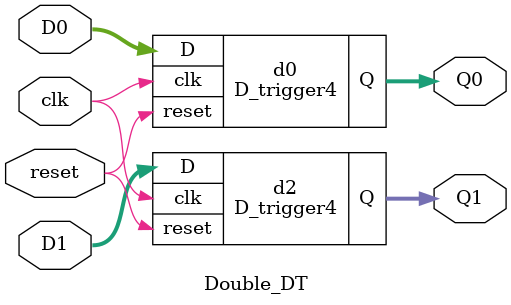
<source format=v>
module D_trigger1(clk,reset,D,Q);
input clk,reset;
input  D;
output reg  Q;

always@(posedge clk) begin
  if(~reset) begin
    Q <= 1'b0;
  end
  else begin 
    Q <= D;
  end
end

endmodule

module D_trigger4(clk,reset,D,Q);
input clk,reset;
input [3:0] D;
output reg [3:0] Q;

always@(posedge clk) begin
  if(~reset) begin
    Q <= 4'b0;
  end
  else begin 
    Q <= D;
  end
end

endmodule

module D_trigger10(clk,reset,D,Q);
input clk,reset;
input [9:0] D;
output reg [9:0] Q;

always@(posedge clk) begin
  if(~reset) begin
    Q <= 10'b0;
  end
  else begin 
    Q <= D;
  end
end

endmodule

module D_trigger16(clk,reset,D,Q);
input clk,reset;
input [15:0] D;
output reg [15:0] Q;

always@(posedge clk) begin
  if(~reset) begin
    Q <= 16'b0;
  end
  else begin 
    Q <= D;
  end
end

endmodule


module Double_DT(clk,reset,D0,D1,Q0,Q1);
  input clk,reset;
  input [3:0] D0,D1;
  output [3:0] Q0,Q1;
  
  D_trigger4 d0(clk,reset,D0,Q0);
  D_trigger4 d2(clk,reset,D1,Q1);
endmodule

</source>
